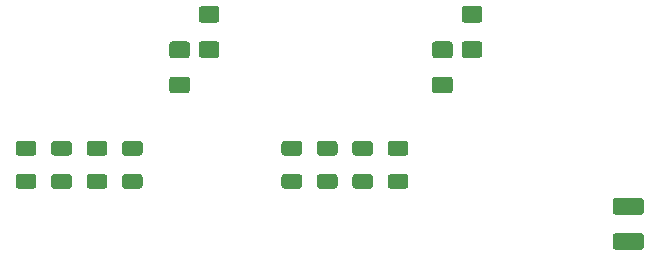
<source format=gbr>
%TF.GenerationSoftware,KiCad,Pcbnew,(5.1.6-0)*%
%TF.CreationDate,2023-05-04T22:11:03-07:00*%
%TF.ProjectId,LM1875x2_SMD_1206,4c4d3138-3735-4783-925f-534d445f3132,rev?*%
%TF.SameCoordinates,Original*%
%TF.FileFunction,Paste,Top*%
%TF.FilePolarity,Positive*%
%FSLAX46Y46*%
G04 Gerber Fmt 4.6, Leading zero omitted, Abs format (unit mm)*
G04 Created by KiCad (PCBNEW (5.1.6-0)) date 2023-05-04 22:11:03*
%MOMM*%
%LPD*%
G01*
G04 APERTURE LIST*
G04 APERTURE END LIST*
%TO.C,C9*%
G36*
G01*
X141925000Y-69525000D02*
X144075000Y-69525000D01*
G75*
G02*
X144325000Y-69775000I0J-250000D01*
G01*
X144325000Y-70700000D01*
G75*
G02*
X144075000Y-70950000I-250000J0D01*
G01*
X141925000Y-70950000D01*
G75*
G02*
X141675000Y-70700000I0J250000D01*
G01*
X141675000Y-69775000D01*
G75*
G02*
X141925000Y-69525000I250000J0D01*
G01*
G37*
G36*
G01*
X141925000Y-66550000D02*
X144075000Y-66550000D01*
G75*
G02*
X144325000Y-66800000I0J-250000D01*
G01*
X144325000Y-67725000D01*
G75*
G02*
X144075000Y-67975000I-250000J0D01*
G01*
X141925000Y-67975000D01*
G75*
G02*
X141675000Y-67725000I0J250000D01*
G01*
X141675000Y-66800000D01*
G75*
G02*
X141925000Y-66550000I250000J0D01*
G01*
G37*
%TD*%
%TO.C,C8*%
G36*
G01*
X127875000Y-54725000D02*
X126625000Y-54725000D01*
G75*
G02*
X126375000Y-54475000I0J250000D01*
G01*
X126375000Y-53550000D01*
G75*
G02*
X126625000Y-53300000I250000J0D01*
G01*
X127875000Y-53300000D01*
G75*
G02*
X128125000Y-53550000I0J-250000D01*
G01*
X128125000Y-54475000D01*
G75*
G02*
X127875000Y-54725000I-250000J0D01*
G01*
G37*
G36*
G01*
X127875000Y-57700000D02*
X126625000Y-57700000D01*
G75*
G02*
X126375000Y-57450000I0J250000D01*
G01*
X126375000Y-56525000D01*
G75*
G02*
X126625000Y-56275000I250000J0D01*
G01*
X127875000Y-56275000D01*
G75*
G02*
X128125000Y-56525000I0J-250000D01*
G01*
X128125000Y-57450000D01*
G75*
G02*
X127875000Y-57700000I-250000J0D01*
G01*
G37*
%TD*%
%TO.C,C7*%
G36*
G01*
X130375000Y-51725000D02*
X129125000Y-51725000D01*
G75*
G02*
X128875000Y-51475000I0J250000D01*
G01*
X128875000Y-50550000D01*
G75*
G02*
X129125000Y-50300000I250000J0D01*
G01*
X130375000Y-50300000D01*
G75*
G02*
X130625000Y-50550000I0J-250000D01*
G01*
X130625000Y-51475000D01*
G75*
G02*
X130375000Y-51725000I-250000J0D01*
G01*
G37*
G36*
G01*
X130375000Y-54700000D02*
X129125000Y-54700000D01*
G75*
G02*
X128875000Y-54450000I0J250000D01*
G01*
X128875000Y-53525000D01*
G75*
G02*
X129125000Y-53275000I250000J0D01*
G01*
X130375000Y-53275000D01*
G75*
G02*
X130625000Y-53525000I0J-250000D01*
G01*
X130625000Y-54450000D01*
G75*
G02*
X130375000Y-54700000I-250000J0D01*
G01*
G37*
%TD*%
%TO.C,C6*%
G36*
G01*
X105625000Y-54725000D02*
X104375000Y-54725000D01*
G75*
G02*
X104125000Y-54475000I0J250000D01*
G01*
X104125000Y-53550000D01*
G75*
G02*
X104375000Y-53300000I250000J0D01*
G01*
X105625000Y-53300000D01*
G75*
G02*
X105875000Y-53550000I0J-250000D01*
G01*
X105875000Y-54475000D01*
G75*
G02*
X105625000Y-54725000I-250000J0D01*
G01*
G37*
G36*
G01*
X105625000Y-57700000D02*
X104375000Y-57700000D01*
G75*
G02*
X104125000Y-57450000I0J250000D01*
G01*
X104125000Y-56525000D01*
G75*
G02*
X104375000Y-56275000I250000J0D01*
G01*
X105625000Y-56275000D01*
G75*
G02*
X105875000Y-56525000I0J-250000D01*
G01*
X105875000Y-57450000D01*
G75*
G02*
X105625000Y-57700000I-250000J0D01*
G01*
G37*
%TD*%
%TO.C,C5*%
G36*
G01*
X108125000Y-51725000D02*
X106875000Y-51725000D01*
G75*
G02*
X106625000Y-51475000I0J250000D01*
G01*
X106625000Y-50550000D01*
G75*
G02*
X106875000Y-50300000I250000J0D01*
G01*
X108125000Y-50300000D01*
G75*
G02*
X108375000Y-50550000I0J-250000D01*
G01*
X108375000Y-51475000D01*
G75*
G02*
X108125000Y-51725000I-250000J0D01*
G01*
G37*
G36*
G01*
X108125000Y-54700000D02*
X106875000Y-54700000D01*
G75*
G02*
X106625000Y-54450000I0J250000D01*
G01*
X106625000Y-53525000D01*
G75*
G02*
X106875000Y-53275000I250000J0D01*
G01*
X108125000Y-53275000D01*
G75*
G02*
X108375000Y-53525000I0J-250000D01*
G01*
X108375000Y-54450000D01*
G75*
G02*
X108125000Y-54700000I-250000J0D01*
G01*
G37*
%TD*%
%TO.C,R8*%
G36*
G01*
X124125000Y-62975000D02*
X122875000Y-62975000D01*
G75*
G02*
X122625000Y-62725000I0J250000D01*
G01*
X122625000Y-61975000D01*
G75*
G02*
X122875000Y-61725000I250000J0D01*
G01*
X124125000Y-61725000D01*
G75*
G02*
X124375000Y-61975000I0J-250000D01*
G01*
X124375000Y-62725000D01*
G75*
G02*
X124125000Y-62975000I-250000J0D01*
G01*
G37*
G36*
G01*
X124125000Y-65775000D02*
X122875000Y-65775000D01*
G75*
G02*
X122625000Y-65525000I0J250000D01*
G01*
X122625000Y-64775000D01*
G75*
G02*
X122875000Y-64525000I250000J0D01*
G01*
X124125000Y-64525000D01*
G75*
G02*
X124375000Y-64775000I0J-250000D01*
G01*
X124375000Y-65525000D01*
G75*
G02*
X124125000Y-65775000I-250000J0D01*
G01*
G37*
%TD*%
%TO.C,R7*%
G36*
G01*
X115125000Y-62975000D02*
X113875000Y-62975000D01*
G75*
G02*
X113625000Y-62725000I0J250000D01*
G01*
X113625000Y-61975000D01*
G75*
G02*
X113875000Y-61725000I250000J0D01*
G01*
X115125000Y-61725000D01*
G75*
G02*
X115375000Y-61975000I0J-250000D01*
G01*
X115375000Y-62725000D01*
G75*
G02*
X115125000Y-62975000I-250000J0D01*
G01*
G37*
G36*
G01*
X115125000Y-65775000D02*
X113875000Y-65775000D01*
G75*
G02*
X113625000Y-65525000I0J250000D01*
G01*
X113625000Y-64775000D01*
G75*
G02*
X113875000Y-64525000I250000J0D01*
G01*
X115125000Y-64525000D01*
G75*
G02*
X115375000Y-64775000I0J-250000D01*
G01*
X115375000Y-65525000D01*
G75*
G02*
X115125000Y-65775000I-250000J0D01*
G01*
G37*
%TD*%
%TO.C,R6*%
G36*
G01*
X101625000Y-62975000D02*
X100375000Y-62975000D01*
G75*
G02*
X100125000Y-62725000I0J250000D01*
G01*
X100125000Y-61975000D01*
G75*
G02*
X100375000Y-61725000I250000J0D01*
G01*
X101625000Y-61725000D01*
G75*
G02*
X101875000Y-61975000I0J-250000D01*
G01*
X101875000Y-62725000D01*
G75*
G02*
X101625000Y-62975000I-250000J0D01*
G01*
G37*
G36*
G01*
X101625000Y-65775000D02*
X100375000Y-65775000D01*
G75*
G02*
X100125000Y-65525000I0J250000D01*
G01*
X100125000Y-64775000D01*
G75*
G02*
X100375000Y-64525000I250000J0D01*
G01*
X101625000Y-64525000D01*
G75*
G02*
X101875000Y-64775000I0J-250000D01*
G01*
X101875000Y-65525000D01*
G75*
G02*
X101625000Y-65775000I-250000J0D01*
G01*
G37*
%TD*%
%TO.C,R5*%
G36*
G01*
X92625000Y-62975000D02*
X91375000Y-62975000D01*
G75*
G02*
X91125000Y-62725000I0J250000D01*
G01*
X91125000Y-61975000D01*
G75*
G02*
X91375000Y-61725000I250000J0D01*
G01*
X92625000Y-61725000D01*
G75*
G02*
X92875000Y-61975000I0J-250000D01*
G01*
X92875000Y-62725000D01*
G75*
G02*
X92625000Y-62975000I-250000J0D01*
G01*
G37*
G36*
G01*
X92625000Y-65775000D02*
X91375000Y-65775000D01*
G75*
G02*
X91125000Y-65525000I0J250000D01*
G01*
X91125000Y-64775000D01*
G75*
G02*
X91375000Y-64525000I250000J0D01*
G01*
X92625000Y-64525000D01*
G75*
G02*
X92875000Y-64775000I0J-250000D01*
G01*
X92875000Y-65525000D01*
G75*
G02*
X92625000Y-65775000I-250000J0D01*
G01*
G37*
%TD*%
%TO.C,R4*%
G36*
G01*
X119875000Y-64525000D02*
X121125000Y-64525000D01*
G75*
G02*
X121375000Y-64775000I0J-250000D01*
G01*
X121375000Y-65525000D01*
G75*
G02*
X121125000Y-65775000I-250000J0D01*
G01*
X119875000Y-65775000D01*
G75*
G02*
X119625000Y-65525000I0J250000D01*
G01*
X119625000Y-64775000D01*
G75*
G02*
X119875000Y-64525000I250000J0D01*
G01*
G37*
G36*
G01*
X119875000Y-61725000D02*
X121125000Y-61725000D01*
G75*
G02*
X121375000Y-61975000I0J-250000D01*
G01*
X121375000Y-62725000D01*
G75*
G02*
X121125000Y-62975000I-250000J0D01*
G01*
X119875000Y-62975000D01*
G75*
G02*
X119625000Y-62725000I0J250000D01*
G01*
X119625000Y-61975000D01*
G75*
G02*
X119875000Y-61725000I250000J0D01*
G01*
G37*
%TD*%
%TO.C,R3*%
G36*
G01*
X116875000Y-64525000D02*
X118125000Y-64525000D01*
G75*
G02*
X118375000Y-64775000I0J-250000D01*
G01*
X118375000Y-65525000D01*
G75*
G02*
X118125000Y-65775000I-250000J0D01*
G01*
X116875000Y-65775000D01*
G75*
G02*
X116625000Y-65525000I0J250000D01*
G01*
X116625000Y-64775000D01*
G75*
G02*
X116875000Y-64525000I250000J0D01*
G01*
G37*
G36*
G01*
X116875000Y-61725000D02*
X118125000Y-61725000D01*
G75*
G02*
X118375000Y-61975000I0J-250000D01*
G01*
X118375000Y-62725000D01*
G75*
G02*
X118125000Y-62975000I-250000J0D01*
G01*
X116875000Y-62975000D01*
G75*
G02*
X116625000Y-62725000I0J250000D01*
G01*
X116625000Y-61975000D01*
G75*
G02*
X116875000Y-61725000I250000J0D01*
G01*
G37*
%TD*%
%TO.C,R2*%
G36*
G01*
X97375000Y-64525000D02*
X98625000Y-64525000D01*
G75*
G02*
X98875000Y-64775000I0J-250000D01*
G01*
X98875000Y-65525000D01*
G75*
G02*
X98625000Y-65775000I-250000J0D01*
G01*
X97375000Y-65775000D01*
G75*
G02*
X97125000Y-65525000I0J250000D01*
G01*
X97125000Y-64775000D01*
G75*
G02*
X97375000Y-64525000I250000J0D01*
G01*
G37*
G36*
G01*
X97375000Y-61725000D02*
X98625000Y-61725000D01*
G75*
G02*
X98875000Y-61975000I0J-250000D01*
G01*
X98875000Y-62725000D01*
G75*
G02*
X98625000Y-62975000I-250000J0D01*
G01*
X97375000Y-62975000D01*
G75*
G02*
X97125000Y-62725000I0J250000D01*
G01*
X97125000Y-61975000D01*
G75*
G02*
X97375000Y-61725000I250000J0D01*
G01*
G37*
%TD*%
%TO.C,R1*%
G36*
G01*
X94375000Y-64525000D02*
X95625000Y-64525000D01*
G75*
G02*
X95875000Y-64775000I0J-250000D01*
G01*
X95875000Y-65525000D01*
G75*
G02*
X95625000Y-65775000I-250000J0D01*
G01*
X94375000Y-65775000D01*
G75*
G02*
X94125000Y-65525000I0J250000D01*
G01*
X94125000Y-64775000D01*
G75*
G02*
X94375000Y-64525000I250000J0D01*
G01*
G37*
G36*
G01*
X94375000Y-61725000D02*
X95625000Y-61725000D01*
G75*
G02*
X95875000Y-61975000I0J-250000D01*
G01*
X95875000Y-62725000D01*
G75*
G02*
X95625000Y-62975000I-250000J0D01*
G01*
X94375000Y-62975000D01*
G75*
G02*
X94125000Y-62725000I0J250000D01*
G01*
X94125000Y-61975000D01*
G75*
G02*
X94375000Y-61725000I250000J0D01*
G01*
G37*
%TD*%
M02*

</source>
